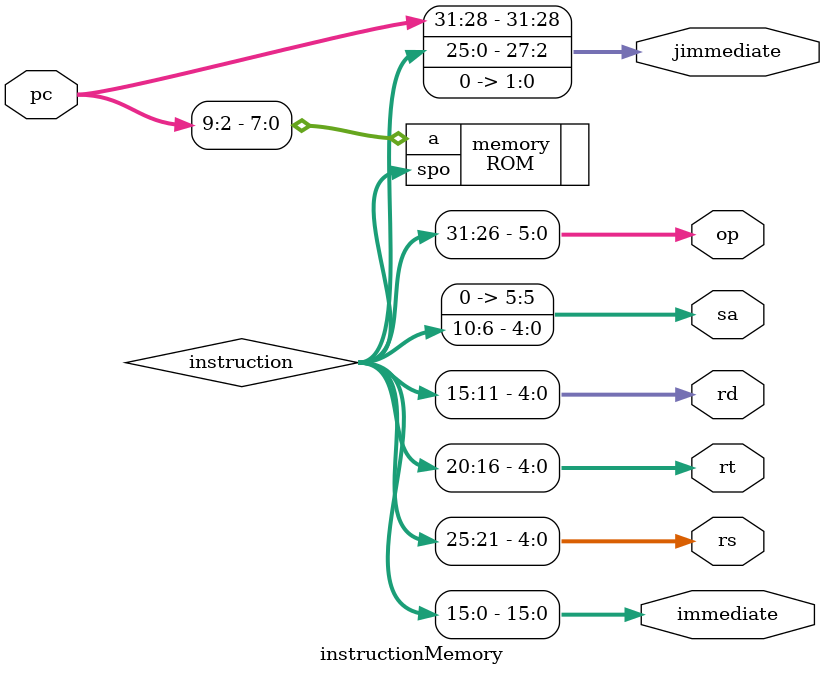
<source format=v>
`timescale 1ns / 1ps

module instructionMemory(
    input [31:0] pc,
    output [5:0] op,
    output [4:0] rs, rt, rd,
    output [31:0] jimmediate,
    output [15:0] immediate,
    output [5:0] sa
);
wire [31:0] instruction;
//指令存储器
ROM memory(.a(pc[9:2]),.spo(instruction));
//信号分支  
assign op = instruction[31:26];
assign rs = instruction[25:21];
assign rt = instruction[20:16];
assign rd = instruction[15:11];
assign immediate = instruction[15:0];
assign sa = instruction[10:6];
assign jimmediate = {pc[31:28],instruction[25:0],2'b00};
endmodule 
</source>
